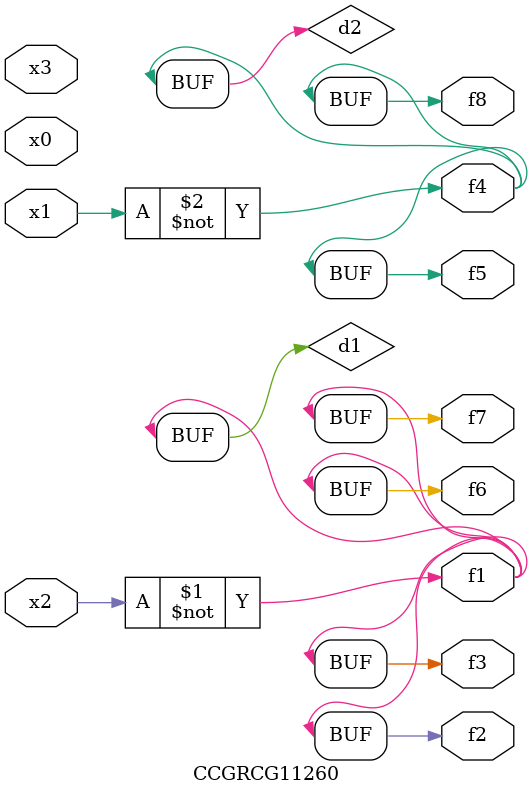
<source format=v>
module CCGRCG11260(
	input x0, x1, x2, x3,
	output f1, f2, f3, f4, f5, f6, f7, f8
);

	wire d1, d2;

	xnor (d1, x2);
	not (d2, x1);
	assign f1 = d1;
	assign f2 = d1;
	assign f3 = d1;
	assign f4 = d2;
	assign f5 = d2;
	assign f6 = d1;
	assign f7 = d1;
	assign f8 = d2;
endmodule

</source>
